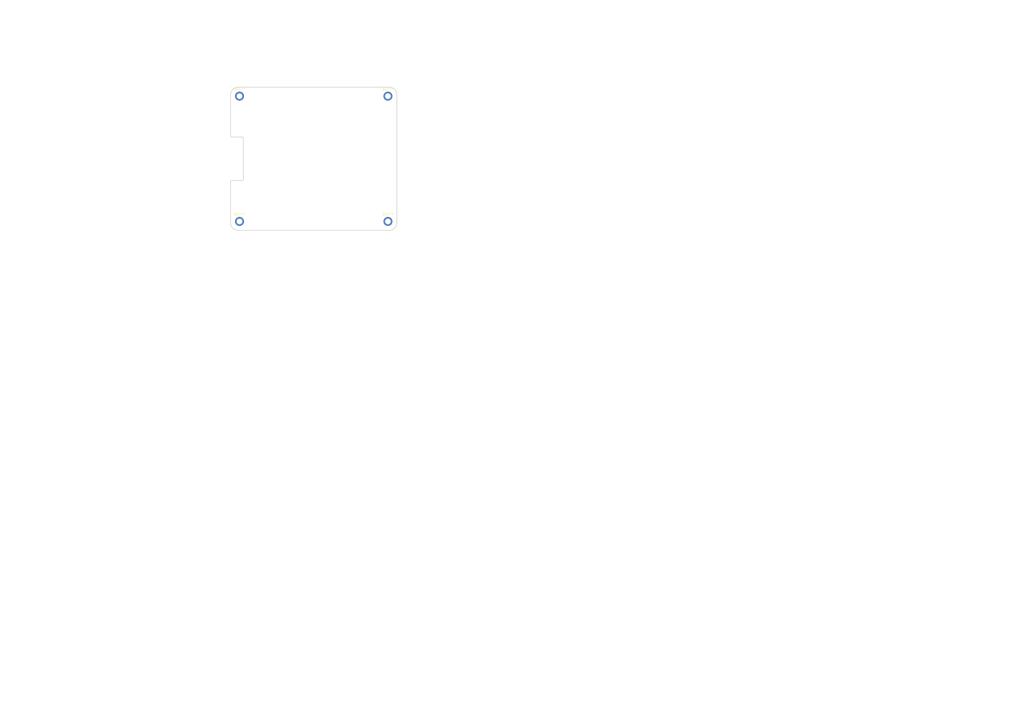
<source format=kicad_pcb>
(kicad_pcb (version 20241229) (generator "pcbnew") (generator_version "9.0")
  (layers (0 "F.Cu" signal) (2 "B.Cu" signal) (13 "F.Paste" user) (15 "B.Paste" user) (5 "F.SilkS" user "F.Silkscreen") (7 "B.SilkS" user "B.Silkscreen") (1 "F.Mask" user) (3 "B.Mask" user) (25 "Edge.Cuts" user))
  (net 0 "")
  (footprint "MountingHole:MountingHole_2.2mm_M2_ISO7380_Pad_TopBottom" (layer "F.Cu") (at 161.5 47.5)
    (property "Reference" "REF**" (at 0 -2.7 0) (layer "F.SilkS"))
    (property "Value" "MountingHole_2.2mm_M2_ISO7380_Pad_TopBottom")
    (pad "1" thru_hole circle (at 0 0) (size 2.6 2.6) (drill 2.2) (layers "*.Cu" "*.Mask"))
    (pad "1" connect circle (at 0 0) (size 3.5 3.5) (layers "F.Cu" "F.Mask"))
    (pad "1" connect circle (at 0 0) (size 3.5 3.5) (layers "B.Cu" "B.Mask"))
  )
  (footprint "MountingHole:MountingHole_2.2mm_M2_ISO7380_Pad_TopBottom" (layer "F.Cu") (at 103.5 96.5)
    (property "Reference" "REF**" (at 0 -2.7 0) (layer "F.SilkS"))
    (property "Value" "MountingHole_2.2mm_M2_ISO7380_Pad_TopBottom")
    (pad "1" thru_hole circle (at 0 0) (size 2.6 2.6) (drill 2.2) (layers "*.Cu" "*.Mask"))
    (pad "1" connect circle (at 0 0) (size 3.5 3.5) (layers "F.Cu" "F.Mask"))
    (pad "1" connect circle (at 0 0) (size 3.5 3.5) (layers "B.Cu" "B.Mask"))
  )
  (footprint "MountingHole:MountingHole_2.2mm_M2_ISO7380_Pad_TopBottom" (layer "F.Cu") (at 103.5 47.5)
    (property "Reference" "REF**" (at 0 -2.7 0) (layer "F.SilkS"))
    (property "Value" "MountingHole_2.2mm_M2_ISO7380_Pad_TopBottom")
    (pad "1" thru_hole circle (at 0 0) (size 2.6 2.6) (drill 2.2) (layers "*.Cu" "*.Mask"))
    (pad "1" connect circle (at 0 0) (size 3.5 3.5) (layers "F.Cu" "F.Mask"))
    (pad "1" connect circle (at 0 0) (size 3.5 3.5) (layers "B.Cu" "B.Mask"))
  )
  (footprint "MountingHole:MountingHole_2.2mm_M2_ISO7380_Pad_TopBottom" (layer "F.Cu") (at 161.5 96.5)
    (property "Reference" "REF**" (at 0 -2.7 0) (layer "F.SilkS"))
    (property "Value" "MountingHole_2.2mm_M2_ISO7380_Pad_TopBottom")
    (pad "1" thru_hole circle (at 0 0) (size 2.6 2.6) (drill 2.2) (layers "*.Cu" "*.Mask"))
    (pad "1" connect circle (at 0 0) (size 3.5 3.5) (layers "F.Cu" "F.Mask"))
    (pad "1" connect circle (at 0 0) (size 3.5 3.5) (layers "B.Cu" "B.Mask"))
  )
  (gr_arc (start 104.5 63.5) (mid 104.853553 63.646447) (end 105 64) (stroke (width 0.25)) (layer "Edge.Cuts"))
  (gr_line (start 100.5 63.5) (end 104.5 63.5) (stroke (width 0.25)) (layer "Edge.Cuts"))
  (gr_line (start 100 47) (end 100 63) (stroke (width 0.25)) (layer "Edge.Cuts"))
  (gr_arc (start 162 44) (mid 164.12132 44.87868) (end 165 47) (stroke (width 0.25)) (layer "Edge.Cuts"))
  (gr_arc (start 100.5 63.5) (mid 100.146447 63.353553) (end 100 63) (stroke (width 0.25)) (layer "Edge.Cuts"))
  (gr_arc (start 100 47) (mid 100.87868 44.87868) (end 103 44) (stroke (width 0.25)) (layer "Edge.Cuts"))
  (gr_line (start 165 97) (end 165 47) (stroke (width 0.25)) (layer "Edge.Cuts"))
  (gr_line (start 100 44) (end 100 44) (stroke (width 0.25)) (layer "Edge.Cuts"))
  (gr_line (start 162 44) (end 103 44) (stroke (width 0.25)) (layer "Edge.Cuts"))
  (gr_arc (start 105 80) (mid 104.853553 80.353553) (end 104.5 80.5) (stroke (width 0.25)) (layer "Edge.Cuts"))
  (gr_line (start 103 100) (end 162 100) (stroke (width 0.25)) (layer "Edge.Cuts"))
  (gr_arc (start 103 100) (mid 100.87868 99.12132) (end 100 97) (stroke (width 0.25)) (layer "Edge.Cuts"))
  (gr_arc (start 100 81) (mid 100.146447 80.646447) (end 100.5 80.5) (stroke (width 0.25)) (layer "Edge.Cuts"))
  (gr_arc (start 165 97) (mid 164.12132 99.12132) (end 162 100) (stroke (width 0.25)) (layer "Edge.Cuts"))
  (gr_line (start 104.5 80.5) (end 100.5 80.5) (stroke (width 0.25)) (layer "Edge.Cuts"))
  (gr_line (start 100 81) (end 100 97) (stroke (width 0.25)) (layer "Edge.Cuts"))
  (gr_line (start 105 64) (end 105 80) (stroke (width 0.25)) (layer "Edge.Cuts"))
)
</source>
